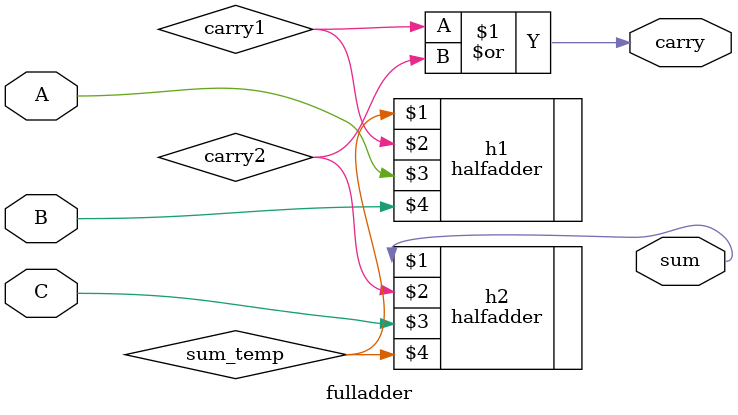
<source format=v>
module fulladder(sum, carry, A, B, C);
input A, B, C;
output sum, carry;
wire sum_temp, carry1, carry2;

halfadder h1(sum_temp, carry1, A, B);
halfadder h2(sum, carry2, C, sum_temp);

or o1(carry, carry1, carry2);

endmodule
</source>
